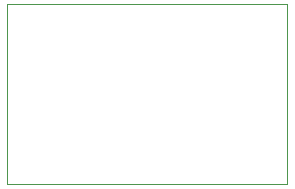
<source format=gbr>
%TF.GenerationSoftware,KiCad,Pcbnew,8.0.1*%
%TF.CreationDate,2024-04-26T21:59:39-07:00*%
%TF.ProjectId,boost-converter,626f6f73-742d-4636-9f6e-766572746572,rev?*%
%TF.SameCoordinates,Original*%
%TF.FileFunction,Profile,NP*%
%FSLAX46Y46*%
G04 Gerber Fmt 4.6, Leading zero omitted, Abs format (unit mm)*
G04 Created by KiCad (PCBNEW 8.0.1) date 2024-04-26 21:59:39*
%MOMM*%
%LPD*%
G01*
G04 APERTURE LIST*
%TA.AperFunction,Profile*%
%ADD10C,0.050000*%
%TD*%
G04 APERTURE END LIST*
D10*
X126940000Y-97700000D02*
X150660000Y-97700000D01*
X150660000Y-112940000D01*
X126940000Y-112940000D01*
X126940000Y-97700000D01*
M02*

</source>
